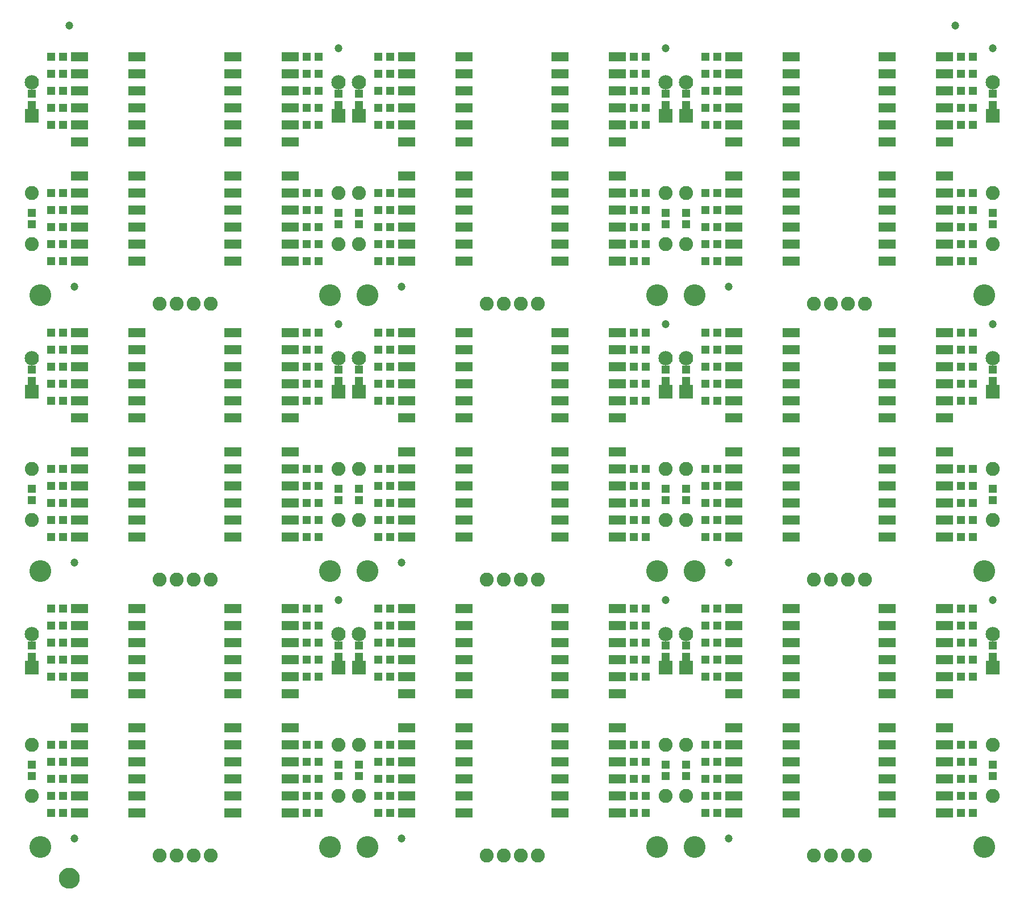
<source format=gts>
G75*
%MOIN*%
%OFA0B0*%
%FSLAX25Y25*%
%IPPOS*%
%LPD*%
%AMOC8*
5,1,8,0,0,1.08239X$1,22.5*
%
%ADD10R,0.05131X0.04737*%
%ADD11R,0.10406X0.05249*%
%ADD12C,0.08200*%
%ADD13C,0.08400*%
%ADD14R,0.08400X0.08400*%
%ADD15R,0.04737X0.05131*%
%ADD16C,0.04737*%
%ADD17C,0.12800*%
%ADD18C,0.05000*%
%ADD19C,0.06706*%
D10*
X0045404Y0058750D03*
X0052096Y0058750D03*
X0052096Y0068750D03*
X0045404Y0068750D03*
X0045404Y0078750D03*
X0052096Y0078750D03*
X0052096Y0088750D03*
X0045404Y0088750D03*
X0045404Y0098750D03*
X0052096Y0098750D03*
X0052096Y0138750D03*
X0045404Y0138750D03*
X0045404Y0148750D03*
X0052096Y0148750D03*
X0052096Y0158750D03*
X0045404Y0158750D03*
X0045404Y0168750D03*
X0052096Y0168750D03*
X0052096Y0178750D03*
X0045404Y0178750D03*
X0045404Y0220750D03*
X0052096Y0220750D03*
X0052096Y0230750D03*
X0045404Y0230750D03*
X0045404Y0240750D03*
X0052096Y0240750D03*
X0052096Y0250750D03*
X0045404Y0250750D03*
X0045404Y0260750D03*
X0052096Y0260750D03*
X0052096Y0300750D03*
X0045404Y0300750D03*
X0045404Y0310750D03*
X0052096Y0310750D03*
X0052096Y0320750D03*
X0045404Y0320750D03*
X0045404Y0330750D03*
X0052096Y0330750D03*
X0052096Y0340750D03*
X0045404Y0340750D03*
X0045404Y0382750D03*
X0052096Y0382750D03*
X0052096Y0392750D03*
X0045404Y0392750D03*
X0045404Y0402750D03*
X0052096Y0402750D03*
X0052096Y0412750D03*
X0045404Y0412750D03*
X0045404Y0422750D03*
X0052096Y0422750D03*
X0052096Y0462750D03*
X0045404Y0462750D03*
X0045404Y0472750D03*
X0052096Y0472750D03*
X0052096Y0482750D03*
X0045404Y0482750D03*
X0045404Y0492750D03*
X0052096Y0492750D03*
X0052096Y0502750D03*
X0045404Y0502750D03*
X0195404Y0502750D03*
X0202096Y0502750D03*
X0202096Y0492750D03*
X0195404Y0492750D03*
X0195404Y0482750D03*
X0202096Y0482750D03*
X0202096Y0472750D03*
X0195404Y0472750D03*
X0195404Y0462750D03*
X0202096Y0462750D03*
X0237404Y0462750D03*
X0244096Y0462750D03*
X0244096Y0472750D03*
X0237404Y0472750D03*
X0237404Y0482750D03*
X0244096Y0482750D03*
X0244096Y0492750D03*
X0237404Y0492750D03*
X0237404Y0502750D03*
X0244096Y0502750D03*
X0244096Y0422750D03*
X0237404Y0422750D03*
X0237404Y0412750D03*
X0244096Y0412750D03*
X0244096Y0402750D03*
X0237404Y0402750D03*
X0237404Y0392750D03*
X0244096Y0392750D03*
X0244096Y0382750D03*
X0237404Y0382750D03*
X0202096Y0382750D03*
X0195404Y0382750D03*
X0195404Y0392750D03*
X0202096Y0392750D03*
X0202096Y0402750D03*
X0195404Y0402750D03*
X0195404Y0412750D03*
X0202096Y0412750D03*
X0202096Y0422750D03*
X0195404Y0422750D03*
X0195404Y0340750D03*
X0202096Y0340750D03*
X0202096Y0330750D03*
X0195404Y0330750D03*
X0195404Y0320750D03*
X0202096Y0320750D03*
X0202096Y0310750D03*
X0195404Y0310750D03*
X0195404Y0300750D03*
X0202096Y0300750D03*
X0237404Y0300750D03*
X0244096Y0300750D03*
X0244096Y0310750D03*
X0237404Y0310750D03*
X0237404Y0320750D03*
X0244096Y0320750D03*
X0244096Y0330750D03*
X0237404Y0330750D03*
X0237404Y0340750D03*
X0244096Y0340750D03*
X0244096Y0260750D03*
X0237404Y0260750D03*
X0237404Y0250750D03*
X0244096Y0250750D03*
X0244096Y0240750D03*
X0237404Y0240750D03*
X0237404Y0230750D03*
X0244096Y0230750D03*
X0244096Y0220750D03*
X0237404Y0220750D03*
X0202096Y0220750D03*
X0195404Y0220750D03*
X0195404Y0230750D03*
X0202096Y0230750D03*
X0202096Y0240750D03*
X0195404Y0240750D03*
X0195404Y0250750D03*
X0202096Y0250750D03*
X0202096Y0260750D03*
X0195404Y0260750D03*
X0195404Y0178750D03*
X0202096Y0178750D03*
X0202096Y0168750D03*
X0195404Y0168750D03*
X0195404Y0158750D03*
X0202096Y0158750D03*
X0202096Y0148750D03*
X0195404Y0148750D03*
X0195404Y0138750D03*
X0202096Y0138750D03*
X0237404Y0138750D03*
X0244096Y0138750D03*
X0244096Y0148750D03*
X0237404Y0148750D03*
X0237404Y0158750D03*
X0244096Y0158750D03*
X0244096Y0168750D03*
X0237404Y0168750D03*
X0237404Y0178750D03*
X0244096Y0178750D03*
X0244096Y0098750D03*
X0237404Y0098750D03*
X0237404Y0088750D03*
X0244096Y0088750D03*
X0244096Y0078750D03*
X0237404Y0078750D03*
X0237404Y0068750D03*
X0244096Y0068750D03*
X0244096Y0058750D03*
X0237404Y0058750D03*
X0202096Y0058750D03*
X0195404Y0058750D03*
X0195404Y0068750D03*
X0202096Y0068750D03*
X0202096Y0078750D03*
X0195404Y0078750D03*
X0195404Y0088750D03*
X0202096Y0088750D03*
X0202096Y0098750D03*
X0195404Y0098750D03*
X0387404Y0098750D03*
X0394096Y0098750D03*
X0394096Y0088750D03*
X0387404Y0088750D03*
X0387404Y0078750D03*
X0394096Y0078750D03*
X0394096Y0068750D03*
X0387404Y0068750D03*
X0387404Y0058750D03*
X0394096Y0058750D03*
X0429404Y0058750D03*
X0436096Y0058750D03*
X0436096Y0068750D03*
X0429404Y0068750D03*
X0429404Y0078750D03*
X0436096Y0078750D03*
X0436096Y0088750D03*
X0429404Y0088750D03*
X0429404Y0098750D03*
X0436096Y0098750D03*
X0436096Y0138750D03*
X0429404Y0138750D03*
X0429404Y0148750D03*
X0436096Y0148750D03*
X0436096Y0158750D03*
X0429404Y0158750D03*
X0429404Y0168750D03*
X0436096Y0168750D03*
X0436096Y0178750D03*
X0429404Y0178750D03*
X0394096Y0178750D03*
X0387404Y0178750D03*
X0387404Y0168750D03*
X0394096Y0168750D03*
X0394096Y0158750D03*
X0387404Y0158750D03*
X0387404Y0148750D03*
X0394096Y0148750D03*
X0394096Y0138750D03*
X0387404Y0138750D03*
X0387404Y0220750D03*
X0394096Y0220750D03*
X0394096Y0230750D03*
X0387404Y0230750D03*
X0387404Y0240750D03*
X0394096Y0240750D03*
X0394096Y0250750D03*
X0387404Y0250750D03*
X0387404Y0260750D03*
X0394096Y0260750D03*
X0429404Y0260750D03*
X0436096Y0260750D03*
X0436096Y0250750D03*
X0429404Y0250750D03*
X0429404Y0240750D03*
X0436096Y0240750D03*
X0436096Y0230750D03*
X0429404Y0230750D03*
X0429404Y0220750D03*
X0436096Y0220750D03*
X0436096Y0300750D03*
X0429404Y0300750D03*
X0429404Y0310750D03*
X0436096Y0310750D03*
X0436096Y0320750D03*
X0429404Y0320750D03*
X0429404Y0330750D03*
X0436096Y0330750D03*
X0436096Y0340750D03*
X0429404Y0340750D03*
X0394096Y0340750D03*
X0387404Y0340750D03*
X0387404Y0330750D03*
X0394096Y0330750D03*
X0394096Y0320750D03*
X0387404Y0320750D03*
X0387404Y0310750D03*
X0394096Y0310750D03*
X0394096Y0300750D03*
X0387404Y0300750D03*
X0387404Y0382750D03*
X0394096Y0382750D03*
X0394096Y0392750D03*
X0387404Y0392750D03*
X0387404Y0402750D03*
X0394096Y0402750D03*
X0394096Y0412750D03*
X0387404Y0412750D03*
X0387404Y0422750D03*
X0394096Y0422750D03*
X0429404Y0422750D03*
X0436096Y0422750D03*
X0436096Y0412750D03*
X0429404Y0412750D03*
X0429404Y0402750D03*
X0436096Y0402750D03*
X0436096Y0392750D03*
X0429404Y0392750D03*
X0429404Y0382750D03*
X0436096Y0382750D03*
X0436096Y0462750D03*
X0429404Y0462750D03*
X0429404Y0472750D03*
X0436096Y0472750D03*
X0436096Y0482750D03*
X0429404Y0482750D03*
X0429404Y0492750D03*
X0436096Y0492750D03*
X0436096Y0502750D03*
X0429404Y0502750D03*
X0394096Y0502750D03*
X0387404Y0502750D03*
X0387404Y0492750D03*
X0394096Y0492750D03*
X0394096Y0482750D03*
X0387404Y0482750D03*
X0387404Y0472750D03*
X0394096Y0472750D03*
X0394096Y0462750D03*
X0387404Y0462750D03*
X0579404Y0462750D03*
X0586096Y0462750D03*
X0586096Y0472750D03*
X0579404Y0472750D03*
X0579404Y0482750D03*
X0586096Y0482750D03*
X0586096Y0492750D03*
X0579404Y0492750D03*
X0579404Y0502750D03*
X0586096Y0502750D03*
X0586096Y0422750D03*
X0579404Y0422750D03*
X0579404Y0412750D03*
X0586096Y0412750D03*
X0586096Y0402750D03*
X0579404Y0402750D03*
X0579404Y0392750D03*
X0586096Y0392750D03*
X0586096Y0382750D03*
X0579404Y0382750D03*
X0579404Y0340750D03*
X0586096Y0340750D03*
X0586096Y0330750D03*
X0579404Y0330750D03*
X0579404Y0320750D03*
X0586096Y0320750D03*
X0586096Y0310750D03*
X0579404Y0310750D03*
X0579404Y0300750D03*
X0586096Y0300750D03*
X0586096Y0260750D03*
X0579404Y0260750D03*
X0579404Y0250750D03*
X0586096Y0250750D03*
X0586096Y0240750D03*
X0579404Y0240750D03*
X0579404Y0230750D03*
X0586096Y0230750D03*
X0586096Y0220750D03*
X0579404Y0220750D03*
X0579404Y0178750D03*
X0586096Y0178750D03*
X0586096Y0168750D03*
X0579404Y0168750D03*
X0579404Y0158750D03*
X0586096Y0158750D03*
X0586096Y0148750D03*
X0579404Y0148750D03*
X0579404Y0138750D03*
X0586096Y0138750D03*
X0586096Y0098750D03*
X0579404Y0098750D03*
X0579404Y0088750D03*
X0586096Y0088750D03*
X0586096Y0078750D03*
X0579404Y0078750D03*
X0579404Y0068750D03*
X0586096Y0068750D03*
X0586096Y0058750D03*
X0579404Y0058750D03*
D11*
X0569679Y0058750D03*
X0569679Y0068750D03*
X0569679Y0078750D03*
X0569679Y0088750D03*
X0569679Y0098750D03*
X0569679Y0108750D03*
X0569679Y0128750D03*
X0569679Y0138750D03*
X0569679Y0148750D03*
X0569679Y0158750D03*
X0569679Y0168750D03*
X0569679Y0178750D03*
X0535821Y0178750D03*
X0535821Y0168750D03*
X0535821Y0158750D03*
X0535821Y0148750D03*
X0535821Y0138750D03*
X0535821Y0128750D03*
X0535821Y0108750D03*
X0535821Y0098750D03*
X0535821Y0088750D03*
X0535821Y0078750D03*
X0535821Y0068750D03*
X0535821Y0058750D03*
X0479679Y0058750D03*
X0479679Y0068750D03*
X0479679Y0078750D03*
X0479679Y0088750D03*
X0479679Y0098750D03*
X0479679Y0108750D03*
X0479679Y0128750D03*
X0479679Y0138750D03*
X0479679Y0148750D03*
X0479679Y0158750D03*
X0479679Y0168750D03*
X0479679Y0178750D03*
X0445821Y0178750D03*
X0445821Y0168750D03*
X0445821Y0158750D03*
X0445821Y0148750D03*
X0445821Y0138750D03*
X0445821Y0128750D03*
X0445821Y0108750D03*
X0445821Y0098750D03*
X0445821Y0088750D03*
X0445821Y0078750D03*
X0445821Y0068750D03*
X0445821Y0058750D03*
X0377679Y0058750D03*
X0377679Y0068750D03*
X0377679Y0078750D03*
X0377679Y0088750D03*
X0377679Y0098750D03*
X0377679Y0108750D03*
X0377679Y0128750D03*
X0377679Y0138750D03*
X0377679Y0148750D03*
X0377679Y0158750D03*
X0377679Y0168750D03*
X0377679Y0178750D03*
X0343821Y0178750D03*
X0343821Y0168750D03*
X0343821Y0158750D03*
X0343821Y0148750D03*
X0343821Y0138750D03*
X0343821Y0128750D03*
X0343821Y0108750D03*
X0343821Y0098750D03*
X0343821Y0088750D03*
X0343821Y0078750D03*
X0343821Y0068750D03*
X0343821Y0058750D03*
X0287679Y0058750D03*
X0287679Y0068750D03*
X0287679Y0078750D03*
X0287679Y0088750D03*
X0287679Y0098750D03*
X0287679Y0108750D03*
X0287679Y0128750D03*
X0287679Y0138750D03*
X0287679Y0148750D03*
X0287679Y0158750D03*
X0287679Y0168750D03*
X0287679Y0178750D03*
X0253821Y0178750D03*
X0253821Y0168750D03*
X0253821Y0158750D03*
X0253821Y0148750D03*
X0253821Y0138750D03*
X0253821Y0128750D03*
X0253821Y0108750D03*
X0253821Y0098750D03*
X0253821Y0088750D03*
X0253821Y0078750D03*
X0253821Y0068750D03*
X0253821Y0058750D03*
X0185679Y0058750D03*
X0185679Y0068750D03*
X0185679Y0078750D03*
X0185679Y0088750D03*
X0185679Y0098750D03*
X0185679Y0108750D03*
X0185679Y0128750D03*
X0185679Y0138750D03*
X0185679Y0148750D03*
X0185679Y0158750D03*
X0185679Y0168750D03*
X0185679Y0178750D03*
X0151821Y0178750D03*
X0151821Y0168750D03*
X0151821Y0158750D03*
X0151821Y0148750D03*
X0151821Y0138750D03*
X0151821Y0128750D03*
X0151821Y0108750D03*
X0151821Y0098750D03*
X0151821Y0088750D03*
X0151821Y0078750D03*
X0151821Y0068750D03*
X0151821Y0058750D03*
X0095679Y0058750D03*
X0095679Y0068750D03*
X0095679Y0078750D03*
X0095679Y0088750D03*
X0095679Y0098750D03*
X0095679Y0108750D03*
X0095679Y0128750D03*
X0095679Y0138750D03*
X0095679Y0148750D03*
X0095679Y0158750D03*
X0095679Y0168750D03*
X0095679Y0178750D03*
X0061821Y0178750D03*
X0061821Y0168750D03*
X0061821Y0158750D03*
X0061821Y0148750D03*
X0061821Y0138750D03*
X0061821Y0128750D03*
X0061821Y0108750D03*
X0061821Y0098750D03*
X0061821Y0088750D03*
X0061821Y0078750D03*
X0061821Y0068750D03*
X0061821Y0058750D03*
X0061821Y0220750D03*
X0061821Y0230750D03*
X0061821Y0240750D03*
X0061821Y0250750D03*
X0061821Y0260750D03*
X0061821Y0270750D03*
X0061821Y0290750D03*
X0061821Y0300750D03*
X0061821Y0310750D03*
X0061821Y0320750D03*
X0061821Y0330750D03*
X0061821Y0340750D03*
X0095679Y0340750D03*
X0095679Y0330750D03*
X0095679Y0320750D03*
X0095679Y0310750D03*
X0095679Y0300750D03*
X0095679Y0290750D03*
X0095679Y0270750D03*
X0095679Y0260750D03*
X0095679Y0250750D03*
X0095679Y0240750D03*
X0095679Y0230750D03*
X0095679Y0220750D03*
X0151821Y0220750D03*
X0151821Y0230750D03*
X0151821Y0240750D03*
X0151821Y0250750D03*
X0151821Y0260750D03*
X0151821Y0270750D03*
X0151821Y0290750D03*
X0151821Y0300750D03*
X0151821Y0310750D03*
X0151821Y0320750D03*
X0151821Y0330750D03*
X0151821Y0340750D03*
X0185679Y0340750D03*
X0185679Y0330750D03*
X0185679Y0320750D03*
X0185679Y0310750D03*
X0185679Y0300750D03*
X0185679Y0290750D03*
X0185679Y0270750D03*
X0185679Y0260750D03*
X0185679Y0250750D03*
X0185679Y0240750D03*
X0185679Y0230750D03*
X0185679Y0220750D03*
X0253821Y0220750D03*
X0253821Y0230750D03*
X0253821Y0240750D03*
X0253821Y0250750D03*
X0253821Y0260750D03*
X0253821Y0270750D03*
X0253821Y0290750D03*
X0253821Y0300750D03*
X0253821Y0310750D03*
X0253821Y0320750D03*
X0253821Y0330750D03*
X0253821Y0340750D03*
X0287679Y0340750D03*
X0287679Y0330750D03*
X0287679Y0320750D03*
X0287679Y0310750D03*
X0287679Y0300750D03*
X0287679Y0290750D03*
X0287679Y0270750D03*
X0287679Y0260750D03*
X0287679Y0250750D03*
X0287679Y0240750D03*
X0287679Y0230750D03*
X0287679Y0220750D03*
X0343821Y0220750D03*
X0343821Y0230750D03*
X0343821Y0240750D03*
X0343821Y0250750D03*
X0343821Y0260750D03*
X0343821Y0270750D03*
X0343821Y0290750D03*
X0343821Y0300750D03*
X0343821Y0310750D03*
X0343821Y0320750D03*
X0343821Y0330750D03*
X0343821Y0340750D03*
X0377679Y0340750D03*
X0377679Y0330750D03*
X0377679Y0320750D03*
X0377679Y0310750D03*
X0377679Y0300750D03*
X0377679Y0290750D03*
X0377679Y0270750D03*
X0377679Y0260750D03*
X0377679Y0250750D03*
X0377679Y0240750D03*
X0377679Y0230750D03*
X0377679Y0220750D03*
X0445821Y0220750D03*
X0445821Y0230750D03*
X0445821Y0240750D03*
X0445821Y0250750D03*
X0445821Y0260750D03*
X0445821Y0270750D03*
X0445821Y0290750D03*
X0445821Y0300750D03*
X0445821Y0310750D03*
X0445821Y0320750D03*
X0445821Y0330750D03*
X0445821Y0340750D03*
X0479679Y0340750D03*
X0479679Y0330750D03*
X0479679Y0320750D03*
X0479679Y0310750D03*
X0479679Y0300750D03*
X0479679Y0290750D03*
X0479679Y0270750D03*
X0479679Y0260750D03*
X0479679Y0250750D03*
X0479679Y0240750D03*
X0479679Y0230750D03*
X0479679Y0220750D03*
X0535821Y0220750D03*
X0535821Y0230750D03*
X0535821Y0240750D03*
X0535821Y0250750D03*
X0535821Y0260750D03*
X0535821Y0270750D03*
X0535821Y0290750D03*
X0535821Y0300750D03*
X0535821Y0310750D03*
X0535821Y0320750D03*
X0535821Y0330750D03*
X0535821Y0340750D03*
X0569679Y0340750D03*
X0569679Y0330750D03*
X0569679Y0320750D03*
X0569679Y0310750D03*
X0569679Y0300750D03*
X0569679Y0290750D03*
X0569679Y0270750D03*
X0569679Y0260750D03*
X0569679Y0250750D03*
X0569679Y0240750D03*
X0569679Y0230750D03*
X0569679Y0220750D03*
X0569679Y0382750D03*
X0569679Y0392750D03*
X0569679Y0402750D03*
X0569679Y0412750D03*
X0569679Y0422750D03*
X0569679Y0432750D03*
X0569679Y0452750D03*
X0569679Y0462750D03*
X0569679Y0472750D03*
X0569679Y0482750D03*
X0569679Y0492750D03*
X0569679Y0502750D03*
X0535821Y0502750D03*
X0535821Y0492750D03*
X0535821Y0482750D03*
X0535821Y0472750D03*
X0535821Y0462750D03*
X0535821Y0452750D03*
X0535821Y0432750D03*
X0535821Y0422750D03*
X0535821Y0412750D03*
X0535821Y0402750D03*
X0535821Y0392750D03*
X0535821Y0382750D03*
X0479679Y0382750D03*
X0479679Y0392750D03*
X0479679Y0402750D03*
X0479679Y0412750D03*
X0479679Y0422750D03*
X0479679Y0432750D03*
X0479679Y0452750D03*
X0479679Y0462750D03*
X0479679Y0472750D03*
X0479679Y0482750D03*
X0479679Y0492750D03*
X0479679Y0502750D03*
X0445821Y0502750D03*
X0445821Y0492750D03*
X0445821Y0482750D03*
X0445821Y0472750D03*
X0445821Y0462750D03*
X0445821Y0452750D03*
X0445821Y0432750D03*
X0445821Y0422750D03*
X0445821Y0412750D03*
X0445821Y0402750D03*
X0445821Y0392750D03*
X0445821Y0382750D03*
X0377679Y0382750D03*
X0377679Y0392750D03*
X0377679Y0402750D03*
X0377679Y0412750D03*
X0377679Y0422750D03*
X0377679Y0432750D03*
X0377679Y0452750D03*
X0377679Y0462750D03*
X0377679Y0472750D03*
X0377679Y0482750D03*
X0377679Y0492750D03*
X0377679Y0502750D03*
X0343821Y0502750D03*
X0343821Y0492750D03*
X0343821Y0482750D03*
X0343821Y0472750D03*
X0343821Y0462750D03*
X0343821Y0452750D03*
X0343821Y0432750D03*
X0343821Y0422750D03*
X0343821Y0412750D03*
X0343821Y0402750D03*
X0343821Y0392750D03*
X0343821Y0382750D03*
X0287679Y0382750D03*
X0287679Y0392750D03*
X0287679Y0402750D03*
X0287679Y0412750D03*
X0287679Y0422750D03*
X0287679Y0432750D03*
X0287679Y0452750D03*
X0287679Y0462750D03*
X0287679Y0472750D03*
X0287679Y0482750D03*
X0287679Y0492750D03*
X0287679Y0502750D03*
X0253821Y0502750D03*
X0253821Y0492750D03*
X0253821Y0482750D03*
X0253821Y0472750D03*
X0253821Y0462750D03*
X0253821Y0452750D03*
X0253821Y0432750D03*
X0253821Y0422750D03*
X0253821Y0412750D03*
X0253821Y0402750D03*
X0253821Y0392750D03*
X0253821Y0382750D03*
X0185679Y0382750D03*
X0185679Y0392750D03*
X0185679Y0402750D03*
X0185679Y0412750D03*
X0185679Y0422750D03*
X0185679Y0432750D03*
X0185679Y0452750D03*
X0185679Y0462750D03*
X0185679Y0472750D03*
X0185679Y0482750D03*
X0185679Y0492750D03*
X0185679Y0502750D03*
X0151821Y0502750D03*
X0151821Y0492750D03*
X0151821Y0482750D03*
X0151821Y0472750D03*
X0151821Y0462750D03*
X0151821Y0452750D03*
X0151821Y0432750D03*
X0151821Y0422750D03*
X0151821Y0412750D03*
X0151821Y0402750D03*
X0151821Y0392750D03*
X0151821Y0382750D03*
X0095679Y0382750D03*
X0095679Y0392750D03*
X0095679Y0402750D03*
X0095679Y0412750D03*
X0095679Y0422750D03*
X0095679Y0432750D03*
X0095679Y0452750D03*
X0095679Y0462750D03*
X0095679Y0472750D03*
X0095679Y0482750D03*
X0095679Y0492750D03*
X0095679Y0502750D03*
X0061821Y0502750D03*
X0061821Y0492750D03*
X0061821Y0482750D03*
X0061821Y0472750D03*
X0061821Y0462750D03*
X0061821Y0452750D03*
X0061821Y0432750D03*
X0061821Y0422750D03*
X0061821Y0412750D03*
X0061821Y0402750D03*
X0061821Y0392750D03*
X0061821Y0382750D03*
D12*
X0033750Y0392750D03*
X0033750Y0422750D03*
X0108750Y0357750D03*
X0118750Y0357750D03*
X0128750Y0357750D03*
X0138750Y0357750D03*
X0213750Y0392750D03*
X0225750Y0392750D03*
X0225750Y0422750D03*
X0213750Y0422750D03*
X0300750Y0357750D03*
X0310750Y0357750D03*
X0320750Y0357750D03*
X0330750Y0357750D03*
X0405750Y0392750D03*
X0417750Y0392750D03*
X0417750Y0422750D03*
X0405750Y0422750D03*
X0492750Y0357750D03*
X0502750Y0357750D03*
X0512750Y0357750D03*
X0522750Y0357750D03*
X0597750Y0392750D03*
X0597750Y0422750D03*
X0597750Y0260750D03*
X0597750Y0230750D03*
X0522750Y0195750D03*
X0512750Y0195750D03*
X0502750Y0195750D03*
X0492750Y0195750D03*
X0417750Y0230750D03*
X0405750Y0230750D03*
X0405750Y0260750D03*
X0417750Y0260750D03*
X0330750Y0195750D03*
X0320750Y0195750D03*
X0310750Y0195750D03*
X0300750Y0195750D03*
X0225750Y0230750D03*
X0213750Y0230750D03*
X0213750Y0260750D03*
X0225750Y0260750D03*
X0138750Y0195750D03*
X0128750Y0195750D03*
X0118750Y0195750D03*
X0108750Y0195750D03*
X0033750Y0230750D03*
X0033750Y0260750D03*
X0033750Y0098750D03*
X0033750Y0068750D03*
X0108750Y0033750D03*
X0118750Y0033750D03*
X0128750Y0033750D03*
X0138750Y0033750D03*
X0213750Y0068750D03*
X0225750Y0068750D03*
X0225750Y0098750D03*
X0213750Y0098750D03*
X0300750Y0033750D03*
X0310750Y0033750D03*
X0320750Y0033750D03*
X0330750Y0033750D03*
X0405750Y0068750D03*
X0417750Y0068750D03*
X0417750Y0098750D03*
X0405750Y0098750D03*
X0492750Y0033750D03*
X0502750Y0033750D03*
X0512750Y0033750D03*
X0522750Y0033750D03*
X0597750Y0068750D03*
X0597750Y0098750D03*
D13*
X0597750Y0163593D03*
X0417750Y0163593D03*
X0405750Y0163593D03*
X0225750Y0163593D03*
X0213750Y0163593D03*
X0033750Y0163593D03*
X0033750Y0325593D03*
X0213750Y0325593D03*
X0225750Y0325593D03*
X0405750Y0325593D03*
X0417750Y0325593D03*
X0597750Y0325593D03*
X0597750Y0487593D03*
X0417750Y0487593D03*
X0405750Y0487593D03*
X0225750Y0487593D03*
X0213750Y0487593D03*
X0033750Y0487593D03*
D14*
X0033750Y0467907D03*
X0213750Y0467907D03*
X0225750Y0467907D03*
X0405750Y0467907D03*
X0417750Y0467907D03*
X0597750Y0467907D03*
X0597750Y0305907D03*
X0417750Y0305907D03*
X0405750Y0305907D03*
X0225750Y0305907D03*
X0213750Y0305907D03*
X0033750Y0305907D03*
X0033750Y0143907D03*
X0213750Y0143907D03*
X0225750Y0143907D03*
X0405750Y0143907D03*
X0417750Y0143907D03*
X0597750Y0143907D03*
D15*
X0597750Y0150404D03*
X0597750Y0157096D03*
X0597750Y0087096D03*
X0597750Y0080404D03*
X0417750Y0080404D03*
X0417750Y0087096D03*
X0405750Y0087096D03*
X0405750Y0080404D03*
X0405750Y0150404D03*
X0405750Y0157096D03*
X0417750Y0157096D03*
X0417750Y0150404D03*
X0417750Y0242404D03*
X0417750Y0249096D03*
X0405750Y0249096D03*
X0405750Y0242404D03*
X0405750Y0312404D03*
X0405750Y0319096D03*
X0417750Y0319096D03*
X0417750Y0312404D03*
X0417750Y0404404D03*
X0417750Y0411096D03*
X0405750Y0411096D03*
X0405750Y0404404D03*
X0405750Y0474404D03*
X0405750Y0481096D03*
X0417750Y0481096D03*
X0417750Y0474404D03*
X0597750Y0474404D03*
X0597750Y0481096D03*
X0597750Y0411096D03*
X0597750Y0404404D03*
X0597750Y0319096D03*
X0597750Y0312404D03*
X0597750Y0249096D03*
X0597750Y0242404D03*
X0225750Y0242404D03*
X0225750Y0249096D03*
X0213750Y0249096D03*
X0213750Y0242404D03*
X0213750Y0312404D03*
X0213750Y0319096D03*
X0225750Y0319096D03*
X0225750Y0312404D03*
X0225750Y0404404D03*
X0225750Y0411096D03*
X0213750Y0411096D03*
X0213750Y0404404D03*
X0213750Y0474404D03*
X0213750Y0481096D03*
X0225750Y0481096D03*
X0225750Y0474404D03*
X0033750Y0474404D03*
X0033750Y0481096D03*
X0033750Y0411096D03*
X0033750Y0404404D03*
X0033750Y0319096D03*
X0033750Y0312404D03*
X0033750Y0249096D03*
X0033750Y0242404D03*
X0033750Y0157096D03*
X0033750Y0150404D03*
X0033750Y0087096D03*
X0033750Y0080404D03*
X0213750Y0080404D03*
X0213750Y0087096D03*
X0225750Y0087096D03*
X0225750Y0080404D03*
X0225750Y0150404D03*
X0213750Y0150404D03*
X0213750Y0157096D03*
X0225750Y0157096D03*
D16*
X0213750Y0183750D03*
X0250750Y0205750D03*
X0405750Y0183750D03*
X0442750Y0205750D03*
X0597750Y0183750D03*
X0442750Y0043750D03*
X0250750Y0043750D03*
X0058750Y0043750D03*
X0058750Y0205750D03*
X0213750Y0345750D03*
X0250750Y0367750D03*
X0405750Y0345750D03*
X0442750Y0367750D03*
X0597750Y0345750D03*
X0597750Y0507750D03*
X0575750Y0521000D03*
X0405750Y0507750D03*
X0213750Y0507750D03*
X0055750Y0521000D03*
X0058750Y0367750D03*
D17*
X0038750Y0038750D03*
X0208750Y0038750D03*
X0230750Y0038750D03*
X0400750Y0038750D03*
X0422750Y0038750D03*
X0592750Y0038750D03*
X0592750Y0200750D03*
X0422750Y0200750D03*
X0400750Y0200750D03*
X0230750Y0200750D03*
X0208750Y0200750D03*
X0038750Y0200750D03*
X0038750Y0362750D03*
X0208750Y0362750D03*
X0230750Y0362750D03*
X0400750Y0362750D03*
X0422750Y0362750D03*
X0592750Y0362750D03*
D18*
X0052185Y0020500D02*
X0052187Y0020619D01*
X0052193Y0020738D01*
X0052203Y0020857D01*
X0052217Y0020975D01*
X0052235Y0021093D01*
X0052256Y0021210D01*
X0052282Y0021326D01*
X0052312Y0021442D01*
X0052345Y0021556D01*
X0052382Y0021669D01*
X0052423Y0021781D01*
X0052468Y0021892D01*
X0052516Y0022001D01*
X0052568Y0022108D01*
X0052624Y0022213D01*
X0052683Y0022317D01*
X0052745Y0022418D01*
X0052811Y0022518D01*
X0052880Y0022615D01*
X0052952Y0022709D01*
X0053028Y0022802D01*
X0053106Y0022891D01*
X0053187Y0022978D01*
X0053272Y0023063D01*
X0053359Y0023144D01*
X0053448Y0023222D01*
X0053541Y0023298D01*
X0053635Y0023370D01*
X0053732Y0023439D01*
X0053832Y0023505D01*
X0053933Y0023567D01*
X0054037Y0023626D01*
X0054142Y0023682D01*
X0054249Y0023734D01*
X0054358Y0023782D01*
X0054469Y0023827D01*
X0054581Y0023868D01*
X0054694Y0023905D01*
X0054808Y0023938D01*
X0054924Y0023968D01*
X0055040Y0023994D01*
X0055157Y0024015D01*
X0055275Y0024033D01*
X0055393Y0024047D01*
X0055512Y0024057D01*
X0055631Y0024063D01*
X0055750Y0024065D01*
X0055869Y0024063D01*
X0055988Y0024057D01*
X0056107Y0024047D01*
X0056225Y0024033D01*
X0056343Y0024015D01*
X0056460Y0023994D01*
X0056576Y0023968D01*
X0056692Y0023938D01*
X0056806Y0023905D01*
X0056919Y0023868D01*
X0057031Y0023827D01*
X0057142Y0023782D01*
X0057251Y0023734D01*
X0057358Y0023682D01*
X0057463Y0023626D01*
X0057567Y0023567D01*
X0057668Y0023505D01*
X0057768Y0023439D01*
X0057865Y0023370D01*
X0057959Y0023298D01*
X0058052Y0023222D01*
X0058141Y0023144D01*
X0058228Y0023063D01*
X0058313Y0022978D01*
X0058394Y0022891D01*
X0058472Y0022802D01*
X0058548Y0022709D01*
X0058620Y0022615D01*
X0058689Y0022518D01*
X0058755Y0022418D01*
X0058817Y0022317D01*
X0058876Y0022213D01*
X0058932Y0022108D01*
X0058984Y0022001D01*
X0059032Y0021892D01*
X0059077Y0021781D01*
X0059118Y0021669D01*
X0059155Y0021556D01*
X0059188Y0021442D01*
X0059218Y0021326D01*
X0059244Y0021210D01*
X0059265Y0021093D01*
X0059283Y0020975D01*
X0059297Y0020857D01*
X0059307Y0020738D01*
X0059313Y0020619D01*
X0059315Y0020500D01*
X0059313Y0020381D01*
X0059307Y0020262D01*
X0059297Y0020143D01*
X0059283Y0020025D01*
X0059265Y0019907D01*
X0059244Y0019790D01*
X0059218Y0019674D01*
X0059188Y0019558D01*
X0059155Y0019444D01*
X0059118Y0019331D01*
X0059077Y0019219D01*
X0059032Y0019108D01*
X0058984Y0018999D01*
X0058932Y0018892D01*
X0058876Y0018787D01*
X0058817Y0018683D01*
X0058755Y0018582D01*
X0058689Y0018482D01*
X0058620Y0018385D01*
X0058548Y0018291D01*
X0058472Y0018198D01*
X0058394Y0018109D01*
X0058313Y0018022D01*
X0058228Y0017937D01*
X0058141Y0017856D01*
X0058052Y0017778D01*
X0057959Y0017702D01*
X0057865Y0017630D01*
X0057768Y0017561D01*
X0057668Y0017495D01*
X0057567Y0017433D01*
X0057463Y0017374D01*
X0057358Y0017318D01*
X0057251Y0017266D01*
X0057142Y0017218D01*
X0057031Y0017173D01*
X0056919Y0017132D01*
X0056806Y0017095D01*
X0056692Y0017062D01*
X0056576Y0017032D01*
X0056460Y0017006D01*
X0056343Y0016985D01*
X0056225Y0016967D01*
X0056107Y0016953D01*
X0055988Y0016943D01*
X0055869Y0016937D01*
X0055750Y0016935D01*
X0055631Y0016937D01*
X0055512Y0016943D01*
X0055393Y0016953D01*
X0055275Y0016967D01*
X0055157Y0016985D01*
X0055040Y0017006D01*
X0054924Y0017032D01*
X0054808Y0017062D01*
X0054694Y0017095D01*
X0054581Y0017132D01*
X0054469Y0017173D01*
X0054358Y0017218D01*
X0054249Y0017266D01*
X0054142Y0017318D01*
X0054037Y0017374D01*
X0053933Y0017433D01*
X0053832Y0017495D01*
X0053732Y0017561D01*
X0053635Y0017630D01*
X0053541Y0017702D01*
X0053448Y0017778D01*
X0053359Y0017856D01*
X0053272Y0017937D01*
X0053187Y0018022D01*
X0053106Y0018109D01*
X0053028Y0018198D01*
X0052952Y0018291D01*
X0052880Y0018385D01*
X0052811Y0018482D01*
X0052745Y0018582D01*
X0052683Y0018683D01*
X0052624Y0018787D01*
X0052568Y0018892D01*
X0052516Y0018999D01*
X0052468Y0019108D01*
X0052423Y0019219D01*
X0052382Y0019331D01*
X0052345Y0019444D01*
X0052312Y0019558D01*
X0052282Y0019674D01*
X0052256Y0019790D01*
X0052235Y0019907D01*
X0052217Y0020025D01*
X0052203Y0020143D01*
X0052193Y0020262D01*
X0052187Y0020381D01*
X0052185Y0020500D01*
D19*
X0055750Y0020500D03*
M02*

</source>
